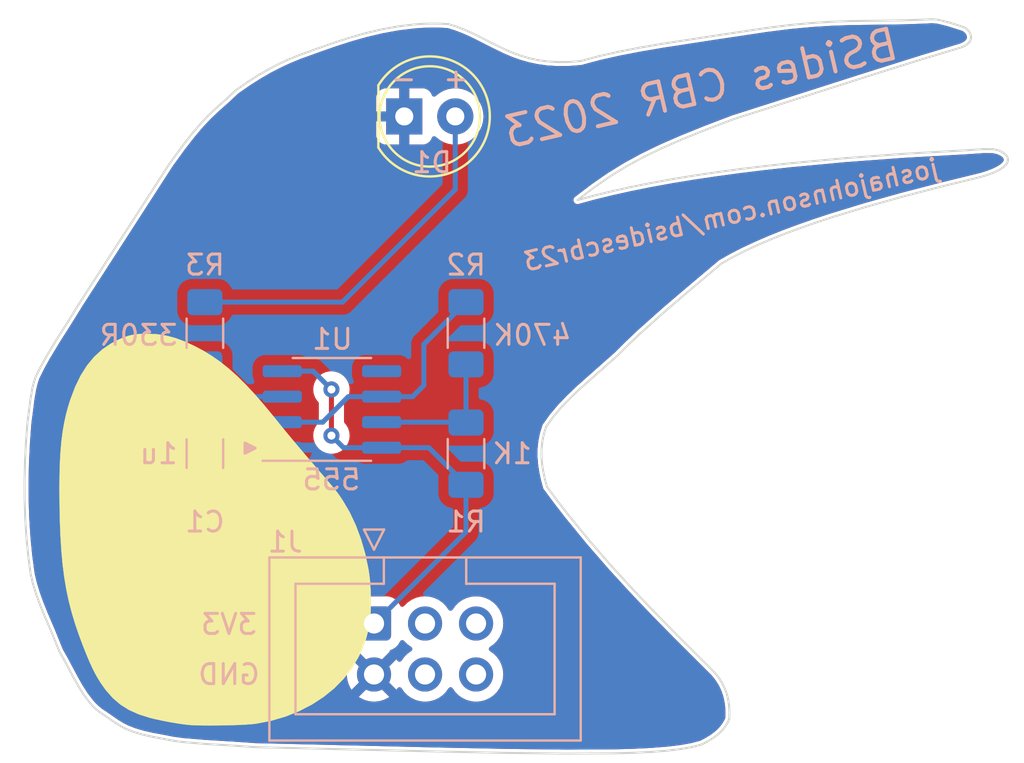
<source format=kicad_pcb>
(kicad_pcb (version 20221018) (generator pcbnew)
  (title_block (title "SAO Badge Workshop") (date "2023-09-06") (rev "0.1") (company "Josh Johnson"))
  (layers (0 "F.Cu" signal) (31 "B.Cu" signal) (34 "B.Paste" user) (35 "F.Paste" user) (36 "B.SilkS" user "B.Silkscreen") (37 "F.SilkS" user "F.Silkscreen") (38 "B.Mask" user) (39 "F.Mask" user) (44 "Edge.Cuts" user))
  (net 0 "")
  (net 1 "Net-(U1-THR)")
  (net 2 "GND")
  (net 3 "Net-(D1-A)")
  (net 4 "+3V3")
  (net 9 "Net-(U1-DIS)")
  (net 10 "Net-(U1-OUT)")
  (footprint "LED_THT:LED_D5.0mm" (layer "F.Cu") (at 123.125 75.8)
    (fp_text reference "D1" (at 1.375 2.3) (layer "B.SilkS") (effects (justify mirror)))
    (fp_text value "LED")
    (fp_line (start -1.29 -1.545) (end -1.29 1.545) (stroke (width 0.12)) (layer "F.SilkS"))
    (fp_arc (start -1.29 -1.54483) (mid 2.072002 -2.880433) (end 4.26 0.000462) (stroke (width 0.12)) (layer "F.SilkS"))
    (fp_arc (start 4.26 -0.000462) (mid 2.072002 2.880433) (end -1.29 1.54483) (stroke (width 0.12)) (layer "F.SilkS"))
    (fp_circle (center 1.27 0) (end 3.77 0) (stroke (width 0.12)) (fill none) (layer "F.SilkS"))
    (pad "1" thru_hole rect (at 0 0) (size 1.8 1.8) (drill 0.9) (layers "*.Cu" "*.Mask") (net 2 "GND"))
    (pad "2" thru_hole circle (at 2.54 0) (size 1.8 1.8) (drill 0.9) (layers "*.Cu" "*.Mask") (net 3 "Net-(D1-A)"))
  )
  (footprint "sao-workshop:magpie_outline" (layer "F.Cu") (at 120.046014 89.876252)
    (fp_text reference "N1" hide)
    (fp_text value "Outline")
    (fp_poly (pts (xy -9.235831 -3.228633) (xy -8.773596 -3.158172) (xy -8.310265 -3.035215) (xy -7.828183 -2.855138) (xy -7.343958 -2.63056) (xy -6.907686 -2.396785) (xy -6.487378 -2.138639) (xy -6.076414 -1.850099) (xy -5.668176 -1.525144) (xy -5.256042 -1.157752) (xy -4.833393 -0.741902) (xy -4.39361 -0.271573) (xy -3.930071 0.259259) (xy -3.436157 0.856613) (xy -3.236395 1.105738) (xy -3.039245 1.350471) (xy -2.799413 1.643341) (xy -2.529926 1.968726) (xy -2.243811 2.311008) (xy -1.954095 2.654565) (xy -1.673806 2.983776) (xy -1.545446 3.133272) (xy -1.249514 3.476843) (xy -1.002969 3.763368) (xy -0.8 4) (xy -0.634794 4.193891) (xy -0.50154 4.352197) (xy -0.394427 4.482069) (xy -0.307644 4.590661) (xy -0.235378 4.685127) (xy -0.171819 4.772619) (xy -0.111155 4.860292) (xy -0.047575 4.955298) (xy 0.024733 5.064791) (xy 0.029035 5.071309) (xy 0.367406 5.646831) (xy 0.667971 6.286576) (xy 0.925829 6.976756) (xy 1.136083 7.703584) (xy 1.293831 8.453272) (xy 1.342753 8.768071) (xy 1.378105 9.091105) (xy 1.402119 9.457052) (xy 1.414835 9.846087) (xy 1.416292 10.238383) (xy 1.406531 10.614114) (xy 1.38559 10.953452) (xy 1.353509 11.236573) (xy 1.337645 11.329238) (xy 1.184487 11.930534) (xy 0.957859 12.526695) (xy 0.794265 12.869123) (xy 0.463799 13.423109) (xy 0.061709 13.938952) (xy -0.406294 14.412962) (xy -0.934494 14.84145) (xy -1.517178 15.220725) (xy -2.148631 15.547099) (xy -2.82314 15.81688) (xy -3.534991 16.02638) (xy -4.27847 16.171908) (xy -4.332548 16.179745) (xy -4.530966 16.201056) (xy -4.798289 16.219856) (xy -5.118784 16.235855) (xy -5.476718 16.248762) (xy -5.856358 16.258288) (xy -6.241972 16.264141) (xy -6.617827 16.266033) (xy -6.968189 16.263671) (xy -7.277326 16.256766) (xy -7.529506 16.245028) (xy -7.597958 16.24001) (xy -7.887679 16.208262) (xy -8.233177 16.157917) (xy -8.608808 16.093598) (xy -8.988928 16.019926) (xy -9.347895 15.941522) (xy -9.59968 15.87927) (xy -10.145955 15.706235) (xy -10.626103 15.489985) (xy -11.050786 15.22297) (xy -11.430665 14.897641) (xy -11.776403 14.506449) (xy -12.019303 14.165916) (xy -12.172055 13.92198) (xy -12.315134 13.667532) (xy -12.455805 13.387556) (xy -12.601339 13.067038) (xy -12.759003 12.690961) (xy -12.8801 12.387571) (xy -13.108301 11.782904) (xy -13.307319 11.200532) (xy -13.478966 10.629737) (xy -13.625054 10.059803) (xy -13.747396 9.480014) (xy -13.847805 8.879652) (xy -13.928093 8.248003) (xy -13.990072 7.574349) (xy -14.035554 6.847974) (xy -14.066353 6.058161) (xy -14.083163 5.274094) (xy -14.08936 4.505531) (xy -14.083748 3.812098) (xy -14.06542 3.184963) (xy -14.033471 2.615295) (xy -13.986994 2.094262) (xy -13.925083 1.613033) (xy -13.846832 1.162776) (xy -13.751335 0.734659) (xy -13.637685 0.319851) (xy -13.544698 0.026238) (xy -13.301199 -0.615858) (xy -13.02338 -1.182839) (xy -12.70856 -1.678124) (xy -12.354061 -2.105129) (xy -11.957203 -2.467272) (xy -11.515306 -2.767971) (xy -11.238625 -2.914936) (xy -10.929889 -3.052893) (xy -10.651027 -3.149257) (xy -10.37375 -3.210271) (xy -10.069771 -3.242177) (xy -9.714625 -3.251219) (xy -9.235831 -3.228633)) (stroke (width 0.01)) (fill solid) (layer "F.SilkS"))
    (fp_line (start -15.824547 4.066466) (end -15.821189 5.01768) (stroke (width 0.1)) (layer "Edge.Cuts"))
    (fp_line (start -15.821189 5.01768) (end -15.790091 5.962222) (stroke (width 0.1)) (layer "Edge.Cuts"))
    (fp_line (start -15.8015 3.110283) (end -15.824547 4.066466) (stroke (width 0.1)) (layer "Edge.Cuts"))
    (fp_line (start -15.790091 5.962222) (end -15.729918 6.898395) (stroke (width 0.1)) (layer "Edge.Cuts"))
    (fp_line (start -15.753383 2.150828) (end -15.8015 3.110283) (stroke (width 0.1)) (layer "Edge.Cuts"))
    (fp_line (start -15.729918 6.898395) (end -15.639335 7.824498) (stroke (width 0.1)) (layer "Edge.Cuts"))
    (fp_line (start -15.681532 1.189802) (end -15.753383 2.150828) (stroke (width 0.1)) (layer "Edge.Cuts"))
    (fp_line (start -15.639335 7.824498) (end -15.517007 8.738832) (stroke (width 0.1)) (layer "Edge.Cuts"))
    (fp_line (start -15.605431 0.611759) (end -15.681532 1.189802) (stroke (width 0.1)) (layer "Edge.Cuts"))
    (fp_line (start -15.534952 0.036442) (end -15.605431 0.611759) (stroke (width 0.1)) (layer "Edge.Cuts"))
    (fp_line (start -15.517007 8.738832) (end -15.397142 9.234108) (stroke (width 0.1)) (layer "Edge.Cuts"))
    (fp_line (start -15.436599 -0.5325) (end -15.534952 0.036442) (stroke (width 0.1)) (layer "Edge.Cuts"))
    (fp_line (start -15.397142 9.234108) (end -15.246888 9.72049) (stroke (width 0.1)) (layer "Edge.Cuts"))
    (fp_line (start -15.366504 -0.81344) (end -15.436599 -0.5325) (stroke (width 0.1)) (layer "Edge.Cuts"))
    (fp_line (start -15.276879 -1.091418) (end -15.366504 -0.81344) (stroke (width 0.1)) (layer "Edge.Cuts"))
    (fp_line (start -15.246888 9.72049) (end -15.073192 10.200011) (stroke (width 0.1)) (layer "Edge.Cuts"))
    (fp_line (start -15.073192 10.200011) (end -14.883003 10.674706) (stroke (width 0.1)) (layer "Edge.Cuts"))
    (fp_line (start -15.031199 -1.583732) (end -15.276879 -1.091418) (stroke (width 0.1)) (layer "Edge.Cuts"))
    (fp_line (start -14.883003 10.674706) (end -14.48093 11.617745) (stroke (width 0.1)) (layer "Edge.Cuts"))
    (fp_line (start -14.772538 -2.056374) (end -15.031199 -1.583732) (stroke (width 0.1)) (layer "Edge.Cuts"))
    (fp_line (start -14.48093 11.617745) (end -14.096249 12.565872) (stroke (width 0.1)) (layer "Edge.Cuts"))
    (fp_line (start -14.228256 -2.960803) (end -14.772538 -2.056374) (stroke (width 0.1)) (layer "Edge.Cuts"))
    (fp_line (start -14.096249 12.565872) (end -13.856059 12.987723) (stroke (width 0.1)) (layer "Edge.Cuts"))
    (fp_line (start -13.856059 12.987723) (end -13.619094 13.43316) (stroke (width 0.1)) (layer "Edge.Cuts"))
    (fp_line (start -13.667996 -3.841022) (end -14.228256 -2.960803) (stroke (width 0.1)) (layer "Edge.Cuts"))
    (fp_line (start -13.619094 13.43316) (end -13.378568 13.886585) (stroke (width 0.1)) (layer "Edge.Cuts"))
    (fp_line (start -13.378568 13.886585) (end -13.127698 14.3324) (stroke (width 0.1)) (layer "Edge.Cuts"))
    (fp_line (start -13.127698 14.3324) (end -12.859697 14.755004) (stroke (width 0.1)) (layer "Edge.Cuts"))
    (fp_line (start -13.115725 -4.733348) (end -13.667996 -3.841022) (stroke (width 0.1)) (layer "Edge.Cuts"))
    (fp_line (start -12.859697 14.755004) (end -12.567782 15.1388) (stroke (width 0.1)) (layer "Edge.Cuts"))
    (fp_line (start -12.567782 15.1388) (end -12.410736 15.311271) (stroke (width 0.1)) (layer "Edge.Cuts"))
    (fp_line (start -12.410736 15.311271) (end -12.245167 15.468189) (stroke (width 0.1)) (layer "Edge.Cuts"))
    (fp_line (start -12.245167 15.468189) (end -12.070227 15.607606) (stroke (width 0.1)) (layer "Edge.Cuts"))
    (fp_line (start -12.070227 15.607606) (end -11.885067 15.727572) (stroke (width 0.1)) (layer "Edge.Cuts"))
    (fp_line (start -11.885067 15.727572) (end -11.284337 16.144788) (stroke (width 0.1)) (layer "Edge.Cuts"))
    (fp_line (start -11.284337 16.144788) (end -11.008621 16.312097) (stroke (width 0.1)) (layer "Edge.Cuts"))
    (fp_line (start -11.008621 16.312097) (end -10.71557 16.458627) (stroke (width 0.1)) (layer "Edge.Cuts"))
    (fp_line (start -10.71557 16.458627) (end -10.379855 16.58944) (stroke (width 0.1)) (layer "Edge.Cuts"))
    (fp_line (start -10.379855 16.58944) (end -9.976149 16.709601) (stroke (width 0.1)) (layer "Edge.Cuts"))
    (fp_line (start -9.976149 16.709601) (end -9.479124 16.824174) (stroke (width 0.1)) (layer "Edge.Cuts"))
    (fp_line (start -9.479124 16.824174) (end -8.863454 16.938222) (stroke (width 0.1)) (layer "Edge.Cuts"))
    (fp_line (start -8.863454 16.938222) (end -8.431707 17.023299) (stroke (width 0.1)) (layer "Edge.Cuts"))
    (fp_line (start -8.62362 -11.696658) (end -13.115725 -4.733348) (stroke (width 0.1)) (layer "Edge.Cuts"))
    (fp_line (start -8.431707 17.023299) (end -7.932455 17.090125) (stroke (width 0.1)) (layer "Edge.Cuts"))
    (fp_line (start -8.01029 -12.544004) (end -8.62362 -11.696658) (stroke (width 0.1)) (layer "Edge.Cuts"))
    (fp_line (start -7.932455 17.090125) (end -6.79018 17.185914) (stroke (width 0.1)) (layer "Edge.Cuts"))
    (fp_line (start -7.5 -13.2) (end -8.01029 -12.544004) (stroke (width 0.1)) (layer "Edge.Cuts"))
    (fp_line (start -7.069706 -13.705028) (end -7.5 -13.2) (stroke (width 0.1)) (layer "Edge.Cuts"))
    (fp_line (start -6.79018 17.185914) (end -5.554116 17.259373) (stroke (width 0.1)) (layer "Edge.Cuts"))
    (fp_line (start -6.696361 -14.09947) (end -7.069706 -13.705028) (stroke (width 0.1)) (layer "Edge.Cuts"))
    (fp_line (start -6.356919 -14.42371) (end -6.696361 -14.09947) (stroke (width 0.1)) (layer "Edge.Cuts"))
    (fp_line (start -6.028335 -14.71813) (end -6.356919 -14.42371) (stroke (width 0.1)) (layer "Edge.Cuts"))
    (fp_line (start -5.687563 -15.023111) (end -6.028335 -14.71813) (stroke (width 0.1)) (layer "Edge.Cuts"))
    (fp_line (start -5.554116 17.259373) (end -4.341749 17.344282) (stroke (width 0.1)) (layer "Edge.Cuts"))
    (fp_line (start -5.311557 -15.379038) (end -5.687563 -15.023111) (stroke (width 0.1)) (layer "Edge.Cuts"))
    (fp_line (start -4.707207 -15.796761) (end -5.311557 -15.379038) (stroke (width 0.1)) (layer "Edge.Cuts"))
    (fp_line (start -4.341749 17.344282) (end 4.667686 17.558729) (stroke (width 0.1)) (layer "Edge.Cuts"))
    (fp_line (start -4.14825 -16.151389) (end -4.707207 -15.796761) (stroke (width 0.1)) (layer "Edge.Cuts"))
    (fp_line (start -3.622862 -16.452929) (end -4.14825 -16.151389) (stroke (width 0.1)) (layer "Edge.Cuts"))
    (fp_line (start -3.119219 -16.711389) (end -3.622862 -16.452929) (stroke (width 0.1)) (layer "Edge.Cuts"))
    (fp_line (start -2.625498 -16.936777) (end -3.119219 -16.711389) (stroke (width 0.1)) (layer "Edge.Cuts"))
    (fp_line (start -2.129875 -17.139099) (end -2.625498 -16.936777) (stroke (width 0.1)) (layer "Edge.Cuts"))
    (fp_line (start -1.085628 -17.514578) (end -2.129875 -17.139099) (stroke (width 0.1)) (layer "Edge.Cuts"))
    (fp_line (start -0.363861 -17.767202) (end -1.085628 -17.514578) (stroke (width 0.1)) (layer "Edge.Cuts"))
    (fp_line (start 0.387992 -18.007757) (end -0.363861 -17.767202) (stroke (width 0.1)) (layer "Edge.Cuts"))
    (fp_line (start 1.165481 -18.226906) (end 0.387992 -18.007757) (stroke (width 0.1)) (layer "Edge.Cuts"))
    (fp_line (start 1.964157 -18.415316) (end 1.165481 -18.226906) (stroke (width 0.1)) (layer "Edge.Cuts"))
    (fp_line (start 2.77957 -18.563649) (end 1.964157 -18.415316) (stroke (width 0.1)) (layer "Edge.Cuts"))
    (fp_line (start 3.60727 -18.662573) (end 2.77957 -18.563649) (stroke (width 0.1)) (layer "Edge.Cuts"))
    (fp_line (start 4.024337 -18.690589) (end 3.60727 -18.662573) (stroke (width 0.1)) (layer "Edge.Cuts"))
    (fp_line (start 4.442808 -18.702751) (end 4.024337 -18.690589) (stroke (width 0.1)) (layer "Edge.Cuts"))
    (fp_line (start 4.667686 17.558729) (end 8.194101 17.631033) (stroke (width 0.1)) (layer "Edge.Cuts"))
    (fp_line (start 4.862125 -18.697893) (end 4.442808 -18.702751) (stroke (width 0.1)) (layer "Edge.Cuts"))
    (fp_line (start 5.281733 -18.674848) (end 4.862125 -18.697893) (stroke (width 0.1)) (layer "Edge.Cuts"))
    (fp_line (start 5.680373 -18.548976) (end 5.281733 -18.674848) (stroke (width 0.1)) (layer "Edge.Cuts"))
    (fp_line (start 6.057512 -18.404469) (end 5.680373 -18.548976) (stroke (width 0.1)) (layer "Edge.Cuts"))
    (fp_line (start 6.418115 -18.245631) (end 6.057512 -18.404469) (stroke (width 0.1)) (layer "Edge.Cuts"))
    (fp_line (start 6.767151 -18.076768) (end 6.418115 -18.245631) (stroke (width 0.1)) (layer "Edge.Cuts"))
    (fp_line (start 7.450388 -17.726184) (end 6.767151 -18.076768) (stroke (width 0.1)) (layer "Edge.Cuts"))
    (fp_line (start 8.146959 -17.387157) (end 7.450388 -17.726184) (stroke (width 0.1)) (layer "Edge.Cuts"))
    (fp_line (start 8.194101 17.631033) (end 11.129409 17.665771) (stroke (width 0.1)) (layer "Edge.Cuts"))
    (fp_line (start 8.512664 -17.232739) (end 8.146959 -17.387157) (stroke (width 0.1)) (layer "Edge.Cuts"))
    (fp_line (start 8.896603 -17.094124) (end 8.512664 -17.232739) (stroke (width 0.1)) (layer "Edge.Cuts"))
    (fp_line (start 9.303745 -16.975619) (end 8.896603 -17.094124) (stroke (width 0.1)) (layer "Edge.Cuts"))
    (fp_line (start 9.739056 -16.881526) (end 9.303745 -16.975619) (stroke (width 0.1)) (layer "Edge.Cuts"))
    (fp_line (start 9.91258 2.876558) (end 9.914296 2.501359) (stroke (width 0.1)) (layer "Edge.Cuts"))
    (fp_line (start 9.914296 2.501359) (end 9.951337 2.12616) (stroke (width 0.1)) (layer "Edge.Cuts"))
    (fp_line (start 9.94254 3.251758) (end 9.91258 2.876558) (stroke (width 0.1)) (layer "Edge.Cuts"))
    (fp_line (start 9.951337 2.12616) (end 10.027349 1.750961) (stroke (width 0.1)) (layer "Edge.Cuts"))
    (fp_line (start 10.000531 3.626959) (end 9.94254 3.251758) (stroke (width 0.1)) (layer "Edge.Cuts"))
    (fp_line (start 10.027349 1.750961) (end 10.145981 1.375762) (stroke (width 0.1)) (layer "Edge.Cuts"))
    (fp_line (start 10.082903 4.00216) (end 10.000531 3.626959) (stroke (width 0.1)) (layer "Edge.Cuts"))
    (fp_line (start 10.145981 1.375762) (end 10.493009 0.890619) (stroke (width 0.1)) (layer "Edge.Cuts"))
    (fp_line (start 10.186011 4.377362) (end 10.082903 4.00216) (stroke (width 0.1)) (layer "Edge.Cuts"))
    (fp_line (start 10.207503 -16.816152) (end 9.739056 -16.881526) (stroke (width 0.1)) (layer "Edge.Cuts"))
    (fp_line (start 10.493009 0.890619) (end 10.89008 0.421858) (stroke (width 0.1)) (layer "Edge.Cuts"))
    (fp_line (start 10.707012 5.078578) (end 10.186011 4.377362) (stroke (width 0.1)) (layer "Edge.Cuts"))
    (fp_line (start 10.714055 -16.783801) (end 10.207503 -16.816152) (stroke (width 0.1)) (layer "Edge.Cuts"))
    (fp_line (start 10.89008 0.421858) (end 11.326202 -0.032832) (stroke (width 0.1)) (layer "Edge.Cuts"))
    (fp_line (start 11.129409 17.665771) (end 13.519427 17.652224) (stroke (width 0.1)) (layer "Edge.Cuts"))
    (fp_line (start 11.237695 5.764249) (end 10.707012 5.078578) (stroke (width 0.1)) (layer "Edge.Cuts"))
    (fp_line (start 11.263677 -16.788778) (end 10.714055 -16.783801) (stroke (width 0.1)) (layer "Edge.Cuts"))
    (fp_line (start 11.326202 -0.032832) (end 11.790385 -0.475764) (stroke (width 0.1)) (layer "Edge.Cuts"))
    (fp_line (start 11.706819 -9.910238) (end 12.52473 -10.534664) (stroke (width 0.1)) (layer "Edge.Cuts"))
    (fp_line (start 11.790385 -0.475764) (end 12.758965 -1.335596) (stroke (width 0.1)) (layer "Edge.Cuts"))
    (fp_line (start 11.861333 -16.835348) (end 11.861338 -16.835388) (stroke (width 0.1)) (layer "Edge.Cuts"))
    (fp_line (start 11.861338 -16.835388) (end 11.263677 -16.788778) (stroke (width 0.1)) (layer "Edge.Cuts"))
    (fp_line (start 11.861338 -16.835388) (end 11.861338 -16.835388) (stroke (width 0.1)) (layer "Edge.Cuts"))
    (fp_line (start 12.31997 7.088325) (end 11.237695 5.764249) (stroke (width 0.1)) (layer "Edge.Cuts"))
    (fp_line (start 12.52473 -10.534664) (end 13.322576 -11.087149) (stroke (width 0.1)) (layer "Edge.Cuts"))
    (fp_line (start 12.539633 -10.135289) (end 11.706819 -9.910238) (stroke (width 0.1)) (layer "Edge.Cuts"))
    (fp_line (start 12.758965 -1.335596) (end 13.707886 -2.176128) (stroke (width 0.1)) (layer "Edge.Cuts"))
    (fp_line (start 12.775208 -17.079957) (end 11.861333 -16.835348) (stroke (width 0.1)) (layer "Edge.Cuts"))
    (fp_line (start 13.322576 -11.087149) (end 14.131832 -11.586284) (stroke (width 0.1)) (layer "Edge.Cuts"))
    (fp_line (start 13.416572 8.34834) (end 12.31997 7.088325) (stroke (width 0.1)) (layer "Edge.Cuts"))
    (fp_line (start 13.422277 -10.351112) (end 12.539633 -10.135289) (stroke (width 0.1)) (layer "Edge.Cuts"))
    (fp_line (start 13.519427 17.652224) (end 14.524271 17.623996) (stroke (width 0.1)) (layer "Edge.Cuts"))
    (fp_line (start 13.707886 -2.176128) (end 14.259952 -2.727649) (stroke (width 0.1)) (layer "Edge.Cuts"))
    (fp_line (start 13.757717 -17.300513) (end 12.775208 -17.079957) (stroke (width 0.1)) (layer "Edge.Cuts"))
    (fp_line (start 14.131832 -11.586284) (end 14.983975 -12.05066) (stroke (width 0.1)) (layer "Edge.Cuts"))
    (fp_line (start 14.259952 -2.727649) (end 14.850447 -3.285963) (stroke (width 0.1)) (layer "Edge.Cuts"))
    (fp_line (start 14.354868 -10.557686) (end 13.422277 -10.351112) (stroke (width 0.1)) (layer "Edge.Cuts"))
    (fp_line (start 14.511235 9.543045) (end 13.416572 8.34834) (stroke (width 0.1)) (layer "Edge.Cuts"))
    (fp_line (start 14.524271 17.623996) (end 15.409975 17.579678) (stroke (width 0.1)) (layer "Edge.Cuts"))
    (fp_line (start 14.808105 -17.503376) (end 13.757717 -17.300513) (stroke (width 0.1)) (layer "Edge.Cuts"))
    (fp_line (start 14.850447 -3.285963) (end 16.123171 -4.420833) (stroke (width 0.1)) (layer "Edge.Cuts"))
    (fp_line (start 14.983975 -12.05066) (end 15.910482 -12.498867) (stroke (width 0.1)) (layer "Edge.Cuts"))
    (fp_line (start 15.337523 -10.754988) (end 14.354868 -10.557686) (stroke (width 0.1)) (layer "Edge.Cuts"))
    (fp_line (start 15.409975 17.579678) (end 16.182266 17.517932) (stroke (width 0.1)) (layer "Edge.Cuts"))
    (fp_line (start 15.587695 10.671187) (end 14.511235 9.543045) (stroke (width 0.1)) (layer "Edge.Cuts"))
    (fp_line (start 15.910482 -12.498867) (end 16.94283 -12.949496) (stroke (width 0.1)) (layer "Edge.Cuts"))
    (fp_line (start 15.925617 -17.694903) (end 14.808105 -17.503376) (stroke (width 0.1)) (layer "Edge.Cuts"))
    (fp_line (start 16.123171 -4.420833) (end 17.478942 -5.576463) (stroke (width 0.1)) (layer "Edge.Cuts"))
    (fp_line (start 16.182266 17.517932) (end 16.846872 17.437416) (stroke (width 0.1)) (layer "Edge.Cuts"))
    (fp_line (start 16.37036 -10.942998) (end 15.337523 -10.754988) (stroke (width 0.1)) (layer "Edge.Cuts"))
    (fp_line (start 16.629687 11.731518) (end 15.587695 10.671187) (stroke (width 0.1)) (layer "Edge.Cuts"))
    (fp_line (start 16.846872 17.437416) (end 17.40952 17.336793) (stroke (width 0.1)) (layer "Edge.Cuts"))
    (fp_line (start 16.94283 -12.949496) (end 18.112495 -13.421136) (stroke (width 0.1)) (layer "Edge.Cuts"))
    (fp_line (start 17.40952 17.336793) (end 17.875938 17.214722) (stroke (width 0.1)) (layer "Edge.Cuts"))
    (fp_line (start 17.453497 -11.121693) (end 16.37036 -10.942998) (stroke (width 0.1)) (layer "Edge.Cuts"))
    (fp_line (start 17.478942 -5.576463) (end 18.870644 -6.748578) (stroke (width 0.1)) (layer "Edge.Cuts"))
    (fp_line (start 17.875938 17.214722) (end 18.17189 17.061983) (stroke (width 0.1)) (layer "Edge.Cuts"))
    (fp_line (start 18.112495 -13.421136) (end 19.450954 -13.932378) (stroke (width 0.1)) (layer "Edge.Cuts"))
    (fp_line (start 18.17189 17.061983) (end 18.423659 16.908714) (stroke (width 0.1)) (layer "Edge.Cuts"))
    (fp_line (start 18.358994 -18.06938) (end 15.925617 -17.694903) (stroke (width 0.1)) (layer "Edge.Cuts"))
    (fp_line (start 18.423659 16.908714) (end 18.635782 16.754309) (stroke (width 0.1)) (layer "Edge.Cuts"))
    (fp_line (start 18.545206 13.643742) (end 16.629687 11.731518) (stroke (width 0.1)) (layer "Edge.Cuts"))
    (fp_line (start 18.587051 -11.291051) (end 17.453497 -11.121693) (stroke (width 0.1)) (layer "Edge.Cuts"))
    (fp_line (start 18.635782 16.754309) (end 18.812796 16.59816) (stroke (width 0.1)) (layer "Edge.Cuts"))
    (fp_line (start 18.753142 13.908096) (end 18.545206 13.643742) (stroke (width 0.1)) (layer "Edge.Cuts"))
    (fp_line (start 18.812796 16.59816) (end 18.95924 16.439658) (stroke (width 0.1)) (layer "Edge.Cuts"))
    (fp_line (start 18.870644 -6.748578) (end 19.407087 -7.053624) (stroke (width 0.1)) (layer "Edge.Cuts"))
    (fp_line (start 18.921545 14.18028) (end 18.753142 13.908096) (stroke (width 0.1)) (layer "Edge.Cuts"))
    (fp_line (start 18.95924 16.439658) (end 19.07965 16.278196) (stroke (width 0.1)) (layer "Edge.Cuts"))
    (fp_line (start 19.05325 14.459688) (end 18.921545 14.18028) (stroke (width 0.1)) (layer "Edge.Cuts"))
    (fp_line (start 19.07965 16.278196) (end 19.178565 16.113167) (stroke (width 0.1)) (layer "Edge.Cuts"))
    (fp_line (start 19.151091 14.745717) (end 19.05325 14.459688) (stroke (width 0.1)) (layer "Edge.Cuts"))
    (fp_line (start 19.178565 16.113167) (end 19.260522 15.943962) (stroke (width 0.1)) (layer "Edge.Cuts"))
    (fp_line (start 19.217904 15.037763) (end 19.151091 14.745717) (stroke (width 0.1)) (layer "Edge.Cuts"))
    (fp_line (start 19.256523 15.335222) (end 19.217904 15.037763) (stroke (width 0.1)) (layer "Edge.Cuts"))
    (fp_line (start 19.260522 15.943962) (end 19.269784 15.637489) (stroke (width 0.1)) (layer "Edge.Cuts"))
    (fp_line (start 19.269784 15.637489) (end 19.256523 15.335222) (stroke (width 0.1)) (layer "Edge.Cuts"))
    (fp_line (start 19.407087 -7.053624) (end 19.989322 -7.352834) (stroke (width 0.1)) (layer "Edge.Cuts"))
    (fp_line (start 19.450954 -13.932378) (end 26.028383 -16.037564) (stroke (width 0.1)) (layer "Edge.Cuts"))
    (fp_line (start 19.771139 -11.451052) (end 18.587051 -11.291051) (stroke (width 0.1)) (layer "Edge.Cuts"))
    (fp_line (start 19.989322 -7.352834) (end 20.615333 -7.646464) (stroke (width 0.1)) (layer "Edge.Cuts"))
    (fp_line (start 20.615333 -7.646464) (end 21.283109 -7.934772) (stroke (width 0.1)) (layer "Edge.Cuts"))
    (fp_line (start 21.005878 -11.601672) (end 19.771139 -11.451052) (stroke (width 0.1)) (layer "Edge.Cuts"))
    (fp_line (start 21.051811 -18.474808) (end 18.358994 -18.06938) (stroke (width 0.1)) (layer "Edge.Cuts"))
    (fp_line (start 21.283109 -7.934772) (end 21.990635 -8.218013) (stroke (width 0.1)) (layer "Edge.Cuts"))
    (fp_line (start 21.990635 -8.218013) (end 22.735899 -8.496445) (stroke (width 0.1)) (layer "Edge.Cuts"))
    (fp_line (start 22.284442 -18.63018) (end 21.051811 -18.474808) (stroke (width 0.1)) (layer "Edge.Cuts"))
    (fp_line (start 22.291387 -11.742892) (end 21.005878 -11.601672) (stroke (width 0.1)) (layer "Edge.Cuts"))
    (fp_line (start 22.735899 -8.496445) (end 23.516886 -8.770324) (stroke (width 0.1)) (layer "Edge.Cuts"))
    (fp_line (start 23.385374 -18.732872) (end 22.284442 -18.63018) (stroke (width 0.1)) (layer "Edge.Cuts"))
    (fp_line (start 23.516886 -8.770324) (end 24.331584 -9.039907) (stroke (width 0.1)) (layer "Edge.Cuts"))
    (fp_line (start 24.331584 -9.039907) (end 26.054058 -9.567209) (stroke (width 0.1)) (layer "Edge.Cuts"))
    (fp_line (start 24.383727 -18.794531) (end 23.385374 -18.732872) (stroke (width 0.1)) (layer "Edge.Cuts"))
    (fp_line (start 25.015181 -11.997038) (end 22.291387 -11.742892) (stroke (width 0.1)) (layer "Edge.Cuts"))
    (fp_line (start 25.308619 -18.826807) (end 24.383727 -18.794531) (stroke (width 0.1)) (layer "Edge.Cuts"))
    (fp_line (start 26.028383 -16.037564) (end 28.910619 -16.943335) (stroke (width 0.1)) (layer "Edge.Cuts"))
    (fp_line (start 26.054058 -9.567209) (end 27.887213 -10.080405) (stroke (width 0.1)) (layer "Edge.Cuts"))
    (fp_line (start 27.054501 -18.849797) (end 25.308619 -18.826807) (stroke (width 0.1)) (layer "Edge.Cuts"))
    (fp_line (start 27.887213 -10.080405) (end 29.814941 -10.581547) (stroke (width 0.1)) (layer "Edge.Cuts"))
    (fp_line (start 27.93373 -18.863809) (end 27.054501 -18.849797) (stroke (width 0.1)) (layer "Edge.Cuts"))
    (fp_line (start 27.94346 -12.213319) (end 25.015181 -11.997038) (stroke (width 0.1)) (layer "Edge.Cuts"))
    (fp_line (start 28.855976 -18.895028) (end 27.93373 -18.863809) (stroke (width 0.1)) (layer "Edge.Cuts"))
    (fp_line (start 28.910619 -16.943335) (end 30.736983 -17.494278) (stroke (width 0.1)) (layer "Edge.Cuts"))
    (fp_line (start 29.312555 -18.918017) (end 28.855976 -18.895028) (stroke (width 0.1)) (layer "Edge.Cuts"))
    (fp_line (start 29.49786 -18.911631) (end 29.312555 -18.918017) (stroke (width 0.1)) (layer "Edge.Cuts"))
    (fp_line (start 29.685926 -18.887457) (end 29.49786 -18.911631) (stroke (width 0.1)) (layer "Edge.Cuts"))
    (fp_line (start 29.814941 -10.581547) (end 31.821136 -11.072688) (stroke (width 0.1)) (layer "Edge.Cuts"))
    (fp_line (start 30.1646 -18.768132) (end 29.685926 -18.887457) (stroke (width 0.1)) (layer "Edge.Cuts"))
    (fp_line (start 30.736983 -17.494278) (end 30.884647 -17.546704) (stroke (width 0.1)) (layer "Edge.Cuts"))
    (fp_line (start 30.884647 -17.546704) (end 31.006808 -17.606399) (stroke (width 0.1)) (layer "Edge.Cuts"))
    (fp_line (start 30.937089 -18.524828) (end 30.1646 -18.768132) (stroke (width 0.1)) (layer "Edge.Cuts"))
    (fp_line (start 31.006808 -17.606399) (end 31.10507 -17.672148) (stroke (width 0.1)) (layer "Edge.Cuts"))
    (fp_line (start 31.067108 -18.447367) (end 30.937089 -18.524828) (stroke (width 0.1)) (layer "Edge.Cuts"))
    (fp_line (start 31.077164 -12.391558) (end 27.94346 -12.213319) (stroke (width 0.1)) (layer "Edge.Cuts"))
    (fp_line (start 31.10507 -17.672148) (end 31.181036 -17.742735) (stroke (width 0.1)) (layer "Edge.Cuts"))
    (fp_line (start 31.178484 -18.335788) (end 31.067108 -18.447367) (stroke (width 0.1)) (layer "Edge.Cuts"))
    (fp_line (start 31.181036 -17.742735) (end 31.236308 -17.816946) (stroke (width 0.1)) (layer "Edge.Cuts"))
    (fp_line (start 31.236308 -17.816946) (end 31.272491 -17.893564) (stroke (width 0.1)) (layer "Edge.Cuts"))
    (fp_line (start 31.25839 -18.199813) (end 31.178484 -18.335788) (stroke (width 0.1)) (layer "Edge.Cuts"))
    (fp_line (start 31.272491 -17.893564) (end 31.291188 -17.971376) (stroke (width 0.1)) (layer "Edge.Cuts"))
    (fp_line (start 31.291188 -17.971376) (end 31.294001 -18.049164) (stroke (width 0.1)) (layer "Edge.Cuts"))
    (fp_line (start 31.294001 -18.049164) (end 31.25839 -18.199813) (stroke (width 0.1)) (layer "Edge.Cuts"))
    (fp_line (start 31.821136 -11.072688) (end 32.166975 -11.182121) (stroke (width 0.1)) (layer "Edge.Cuts"))
    (fp_line (start 31.906166 -12.44812) (end 31.077164 -12.391558) (stroke (width 0.1)) (layer "Edge.Cuts"))
    (fp_line (start 32.166975 -11.182121) (end 32.452748 -11.293283) (stroke (width 0.1)) (layer "Edge.Cuts"))
    (fp_line (start 32.41181 -12.444758) (end 31.906166 -12.44812) (stroke (width 0.1)) (layer "Edge.Cuts"))
    (fp_line (start 32.452748 -11.293283) (end 32.6825 -11.405126) (stroke (width 0.1)) (layer "Edge.Cuts"))
    (fp_line (start 32.669239 -12.380968) (end 32.41181 -12.444758) (stroke (width 0.1)) (layer "Edge.Cuts"))
    (fp_line (start 32.6825 -11.405126) (end 32.860277 -11.516605) (stroke (width 0.1)) (layer "Edge.Cuts"))
    (fp_line (start 32.788753 -12.330726) (end 32.669239 -12.380968) (stroke (width 0.1)) (layer "Edge.Cuts"))
    (fp_line (start 32.860277 -11.516605) (end 32.990122 -11.626671) (stroke (width 0.1)) (layer "Edge.Cuts"))
    (fp_line (start 32.89674 -12.269649) (end 32.788753 -12.330726) (stroke (width 0.1)) (layer "Edge.Cuts"))
    (fp_line (start 32.989155 -12.198783) (end 32.89674 -12.269649) (stroke (width 0.1)) (layer "Edge.Cuts"))
    (fp_line (start 32.990122 -11.626671) (end 33.076081 -11.734279) (stroke (width 0.1)) (layer "Edge.Cuts"))
    (fp_line (start 33.061953 -12.119177) (end 32.989155 -12.198783) (stroke (width 0.1)) (layer "Edge.Cuts"))
    (fp_line (start 33.076081 -11.734279) (end 33.122199 -11.83838) (stroke (width 0.1)) (layer "Edge.Cuts"))
    (fp_line (start 33.11109 -12.031876) (end 33.061953 -12.119177) (stroke (width 0.1)) (layer "Edge.Cuts"))
    (fp_line (start 33.122199 -11.83838) (end 33.13252 -11.937928) (stroke (width 0.1)) (layer "Edge.Cuts"))
    (fp_line (start 33.13252 -11.937928) (end 33.11109 -12.031876) (stroke (width 0.1)) (layer "Edge.Cuts"))
  )
  (footprint "Resistor_SMD:R_1206_3216Metric_Pad1.30x1.75mm_HandSolder" (layer "B.Cu") (at 113.2 86.6 90)
    (fp_text reference "R3" (at 3.4 0 180) (layer "B.SilkS") (effects (justify mirror)))
    (fp_text value "330R")
    (fp_line (start -0.727064 -0.91) (end 0.727064 -0.91) (stroke (width 0.12)) (layer "B.SilkS"))
    (fp_line (start -0.727064 0.91) (end 0.727064 0.91) (stroke (width 0.12)) (layer "B.SilkS"))
    (pad "1" smd roundrect (at -1.55 0 90) (size 1.3 1.75) (layers "B.Cu" "B.Paste" "B.Mask") (roundrect_rratio 0.1923076923) (net 10 "Net-(U1-OUT)"))
    (pad "2" smd roundrect (at 1.55 0 90) (size 1.3 1.75) (layers "B.Cu" "B.Paste" "B.Mask") (roundrect_rratio 0.1923076923) (net 3 "Net-(D1-A)"))
  )
  (footprint "Capacitor_SMD:C_1206_3216Metric_Pad1.33x1.80mm_HandSolder" (layer "B.Cu") (at 113.2 92.6 -90)
    (fp_text reference "C1" (at 3.4 0 -180) (layer "B.SilkS") (effects (justify mirror)))
    (fp_text value "1u")
    (fp_line (start -0.711252 -0.91) (end 0.711252 -0.91) (stroke (width 0.12)) (layer "B.SilkS"))
    (fp_line (start -0.711252 0.91) (end 0.711252 0.91) (stroke (width 0.12)) (layer "B.SilkS"))
    (pad "1" smd roundrect (at -1.5625 0 270) (size 1.325 1.8) (layers "B.Cu" "B.Paste" "B.Mask") (roundrect_rratio 0.1886792453) (net 1 "Net-(U1-THR)"))
    (pad "2" smd roundrect (at 1.5625 0 270) (size 1.325 1.8) (layers "B.Cu" "B.Paste" "B.Mask") (roundrect_rratio 0.1886792453) (net 2 "GND"))
  )
  (footprint "Connector_IDC:IDC-Header_2x03_P2.54mm_Vertical" (layer "B.Cu") (at 121.62 101.06 -90)
    (fp_text reference "J1" (at -4.06 4.42 -180) (layer "B.SilkS") (effects (justify mirror)))
    (fp_text value "SAO")
    (fp_line (start -4.68 -0.5) (end -3.68 0) (stroke (width 0.12)) (layer "B.SilkS"))
    (fp_line (start -4.68 0.5) (end -4.68 -0.5) (stroke (width 0.12)) (layer "B.SilkS"))
    (fp_line (start -3.68 0) (end -4.68 0.5) (stroke (width 0.12)) (layer "B.SilkS"))
    (fp_line (start -3.29 -10.29) (end -3.29 5.21) (stroke (width 0.12)) (layer "B.SilkS"))
    (fp_line (start -3.29 -0.49) (end -1.98 -0.49) (stroke (width 0.12)) (layer "B.SilkS"))
    (fp_line (start -3.29 5.21) (end 5.83 5.21) (stroke (width 0.12)) (layer "B.SilkS"))
    (fp_line (start -1.98 -8.99) (end -1.98 -4.59) (stroke (width 0.12)) (layer "B.SilkS"))
    (fp_line (start -1.98 -4.59) (end -3.29 -4.59) (stroke (width 0.12)) (layer "B.SilkS"))
    (fp_line (start -1.98 -4.59) (end -1.98 -4.59) (stroke (width 0.12)) (layer "B.SilkS"))
    (fp_line (start -1.98 -0.49) (end -1.98 3.91) (stroke (width 0.12)) (layer "B.SilkS"))
    (fp_line (start -1.98 3.91) (end 4.52 3.91) (stroke (width 0.12)) (layer "B.SilkS"))
    (fp_line (start 4.52 -8.99) (end -1.98 -8.99) (stroke (width 0.12)) (layer "B.SilkS"))
    (fp_line (start 4.52 3.91) (end 4.52 -8.99) (stroke (width 0.12)) (layer "B.SilkS"))
    (fp_line (start 5.83 -10.29) (end -3.29 -10.29) (stroke (width 0.12)) (layer "B.SilkS"))
    (fp_line (start 5.83 5.21) (end 5.83 -10.29) (stroke (width 0.12)) (layer "B.SilkS"))
    (pad "1" thru_hole roundrect (at 0 0 270) (size 1.7 1.7) (drill 1) (layers "*.Cu" "*.Mask") (roundrect_rratio 0.1470588235) (net 4 "+3V3"))
    (pad "2" thru_hole circle (at 2.54 0 270) (size 1.7 1.7) (drill 1) (layers "*.Cu" "*.Mask") (net 2 "GND"))
    (pad "3" thru_hole circle (at 0 -2.54 270) (size 1.7 1.7) (drill 1) (layers "*.Cu" "*.Mask"))
    (pad "4" thru_hole circle (at 2.54 -2.54 270) (size 1.7 1.7) (drill 1) (layers "*.Cu" "*.Mask"))
    (pad "5" thru_hole circle (at 0 -5.08 270) (size 1.7 1.7) (drill 1) (layers "*.Cu" "*.Mask"))
    (pad "6" thru_hole circle (at 2.54 -5.08 270) (size 1.7 1.7) (drill 1) (layers "*.Cu" "*.Mask"))
  )
  (footprint "Resistor_SMD:R_1206_3216Metric_Pad1.30x1.75mm_HandSolder" (layer "B.Cu") (at 126.2 92.6 90)
    (fp_text reference "R1" (at -3.4 0 180) (layer "B.SilkS") (effects (justify mirror)))
    (fp_text value "1K")
    (fp_line (start -0.727064 -0.91) (end 0.727064 -0.91) (stroke (width 0.12)) (layer "B.SilkS"))
    (fp_line (start -0.727064 0.91) (end 0.727064 0.91) (stroke (width 0.12)) (layer "B.SilkS"))
    (pad "1" smd roundrect (at -1.55 0 90) (size 1.3 1.75) (layers "B.Cu" "B.Paste" "B.Mask") (roundrect_rratio 0.1923076923) (net 4 "+3V3"))
    (pad "2" smd roundrect (at 1.55 0 90) (size 1.3 1.75) (layers "B.Cu" "B.Paste" "B.Mask") (roundrect_rratio 0.1923076923) (net 9 "Net-(U1-DIS)"))
  )
  (footprint "Resistor_SMD:R_1206_3216Metric_Pad1.30x1.75mm_HandSolder" (layer "B.Cu") (at 126.2 86.6 90)
    (fp_text reference "R2" (at 3.4 0 180) (layer "B.SilkS") (effects (justify mirror)))
    (fp_text value "470K")
    (fp_line (start -0.727064 -0.91) (end 0.727064 -0.91) (stroke (width 0.12)) (layer "B.SilkS"))
    (fp_line (start -0.727064 0.91) (end 0.727064 0.91) (stroke (width 0.12)) (layer "B.SilkS"))
    (pad "1" smd roundrect (at -1.55 0 90) (size 1.3 1.75) (layers "B.Cu" "B.Paste" "B.Mask") (roundrect_rratio 0.1923076923) (net 9 "Net-(U1-DIS)"))
    (pad "2" smd roundrect (at 1.55 0 90) (size 1.3 1.75) (layers "B.Cu" "B.Paste" "B.Mask") (roundrect_rratio 0.1923076923) (net 1 "Net-(U1-THR)"))
  )
  (footprint "Package_SO:SOIC-8_3.9x4.9mm_P1.27mm" (layer "B.Cu") (at 119.525 90.395)
    (fp_text reference "U1" (at 0.025 -3.495) (layer "B.SilkS") (effects (justify mirror)))
    (fp_text value "555")
    (fp_line (start 0 -2.56) (end -1.95 -2.56) (stroke (width 0.12)) (layer "B.SilkS"))
    (fp_line (start 0 -2.56) (end 1.95 -2.56) (stroke (width 0.12)) (layer "B.SilkS"))
    (fp_line (start 0 2.56) (end -3.45 2.56) (stroke (width 0.12)) (layer "B.SilkS"))
    (fp_line (start 0 2.56) (end 1.95 2.56) (stroke (width 0.12)) (layer "B.SilkS"))
    (pad "1" smd roundrect (at -2.475 1.905) (size 1.95 0.6) (layers "B.Cu" "B.Paste" "B.Mask") (net 2 "GND"))
    (pad "2" smd roundrect (at -2.475 0.635) (size 1.95 0.6) (layers "B.Cu" "B.Paste" "B.Mask") (net 1 "Net-(U1-THR)"))
    (pad "3" smd roundrect (at -2.475 -0.635) (size 1.95 0.6) (layers "B.Cu" "B.Paste" "B.Mask") (net 10 "Net-(U1-OUT)"))
    (pad "4" smd roundrect (at -2.475 -1.905) (size 1.95 0.6) (layers "B.Cu" "B.Paste" "B.Mask") (net 4 "+3V3"))
    (pad "5" smd roundrect (at 2.475 -1.905) (size 1.95 0.6) (layers "B.Cu" "B.Paste" "B.Mask"))
    (pad "6" smd roundrect (at 2.475 -0.635) (size 1.95 0.6) (layers "B.Cu" "B.Paste" "B.Mask") (net 1 "Net-(U1-THR)"))
    (pad "7" smd roundrect (at 2.475 0.635) (size 1.95 0.6) (layers "B.Cu" "B.Paste" "B.Mask") (net 9 "Net-(U1-DIS)"))
    (pad "8" smd roundrect (at 2.475 1.905) (size 1.95 0.6) (layers "B.Cu" "B.Paste" "B.Mask") (net 4 "+3V3"))
  )
  (gr_line (start 115.4 92.2) (end 115.4 92.4) (stroke (width 0.15)) (layer "B.SilkS"))
  (gr_line (start 115.3 92.15) (end 115.3 92.45) (stroke (width 0.15)) (layer "B.SilkS"))
  (gr_line (start 115.5 92.25) (end 115.5 92.35) (stroke (width 0.15)) (layer "B.SilkS"))
  (gr_line (start 115.7 92.325) (end 115.2 92.075) (stroke (width 0.15)) (layer "B.SilkS"))
  (gr_line (start 115.2 92.575) (end 115.2 92.075) (stroke (width 0.15)) (layer "B.SilkS"))
  (gr_line (start 115.7 92.325) (end 115.2 92.575) (stroke (width 0.15)) (layer "B.SilkS"))
  (gr_text "BSides CBR 2023" (at 137.9 74.4 13) (layer "B.SilkS") (effects (font (size 1.5 1.5) (thickness 0.2)) (justify mirror)))
  (gr_text "1u" (at 110.9 92.6) (layer "B.SilkS") (effects (font (size 1 1)) (justify mirror)))
  (gr_text "330R" (at 109.9 86.7) (layer "B.SilkS") (effects (font (size 1 1)) (justify mirror)))
  (gr_text "GND" (at 114.4 103.6) (layer "B.SilkS") (effects (font (size 1 1)) (justify mirror)))
  (gr_text "1K" (at 128.5 92.6) (layer "B.SilkS") (effects (font (size 1 1)) (justify mirror)))
  (gr_text "+" (at 125.7 73.9) (layer "B.SilkS") (effects (font (size 1 1)) (justify mirror)))
  (gr_text "joshajohnson.com/bsidescbr23" (at 139.4 80.7 13) (layer "B.SilkS") (effects (font (size 0.9 0.9)) (justify mirror)))
  (gr_text "555" (at 119.5 93.9) (layer "B.SilkS") (effects (font (size 1 1)) (justify mirror)))
  (gr_text "3V3" (at 114.4 101.1) (layer "B.SilkS") (effects (font (size 1 1)) (justify mirror)))
  (gr_text "470K" (at 129.5 86.7) (layer "B.SilkS") (effects (font (size 1 1)) (justify mirror)))
  (gr_text "-" (at 123.1 73.9) (layer "B.SilkS") (effects (font (size 1 1)) (justify mirror)))
  (segment (start 117.05 91.03) (end 113.2075 91.03) (width 0.25) (layer "B.Cu") (net 1))
  (segment (start 120.34 89.76) (end 119.07 91.03) (width 0.25) (layer "B.Cu") (net 1))
  (segment (start 122 89.76) (end 120.34 89.76) (width 0.25) (layer "B.Cu") (net 1))
  (segment (start 119.07 91.03) (end 117.05 91.03) (width 0.25) (layer "B.Cu") (net 1))
  (segment (start 122 89.76) (end 123.54 89.76) (width 0.25) (layer "B.Cu") (net 1))
  (segment (start 123.54 89.76) (end 124.1 89.2) (width 0.25) (layer "B.Cu") (net 1))
  (segment (start 113.2075 91.03) (end 113.2 91.0375) (width 0.25) (layer "B.Cu") (net 1))
  (segment (start 124.1 87.15) (end 126.2 85.05) (width 0.25) (layer "B.Cu") (net 1))
  (segment (start 124.1 89.2) (end 124.1 87.15) (width 0.25) (layer "B.Cu") (net 1))
  (segment (start 125.665 75.8) (end 125.665 79.435) (width 0.25) (layer "B.Cu") (net 3))
  (segment (start 125.665 79.435) (end 120.05 85.05) (width 0.25) (layer "B.Cu") (net 3))
  (segment (start 120.05 85.05) (end 113.2 85.05) (width 0.25) (layer "B.Cu") (net 3))
  (segment (start 119.5 91.7) (end 119.5 89.400008) (width 0.25) (layer "F.Cu") (net 4))
  (via (at 119.5 91.7) (size 0.8) (drill 0.4) (layers "F.Cu" "B.Cu") (net 4))
  (via (at 119.5 89.400008) (size 0.8) (drill 0.4) (layers "F.Cu" "B.Cu") (net 4))
  (segment (start 122 92.3) (end 124.35 92.3) (width 0.25) (layer "B.Cu") (net 4))
  (segment (start 126.2 96.5) (end 121.64 101.06) (width 0.25) (layer "B.Cu") (net 4))
  (segment (start 122 92.3) (end 120.1 92.3) (width 0.25) (layer "B.Cu") (net 4))
  (segment (start 120.1 92.3) (end 119.5 91.7) (width 0.25) (layer "B.Cu") (net 4))
  (segment (start 117.05 88.49) (end 118.589992 88.49) (width 0.25) (layer "B.Cu") (net 4))
  (segment (start 121.64 101.06) (end 121.62 101.06) (width 0.25) (layer "B.Cu") (net 4))
  (segment (start 124.35 92.3) (end 126.2 94.15) (width 0.25) (layer "B.Cu") (net 4))
  (segment (start 126.2 94.15) (end 126.2 96.5) (width 0.25) (layer "B.Cu") (net 4))
  (segment (start 118.589992 88.49) (end 119.5 89.400008) (width 0.25) (layer "B.Cu") (net 4))
  (segment (start 126.18 91.03) (end 126.2 91.05) (width 0.25) (layer "B.Cu") (net 9))
  (segment (start 126.2 88.15) (end 126.2 91.05) (width 0.25) (layer "B.Cu") (net 9))
  (segment (start 122 91.03) (end 126.18 91.03) (width 0.25) (layer "B.Cu") (net 9))
  (segment (start 115.06 89.76) (end 113.45 88.15) (width 0.25) (layer "B.Cu") (net 10))
  (segment (start 113.45 88.15) (end 113.2 88.15) (width 0.25) (layer "B.Cu") (net 10))
  (segment (start 117.05 89.76) (end 115.06 89.76) (width 0.25) (layer "B.Cu") (net 10))
  (zone (net 2) (net_name "GND") (layers "F&B.Cu") (connect_pads (clearance 0.5)) (min_thickness 0.25) (fill yes (thermal_gap 0.5) (thermal_bridge_width 0.5))
    (polygon (pts (xy 154 70) (xy 103 70) (xy 103 108) (xy 154 108)))
  )
)
</source>
